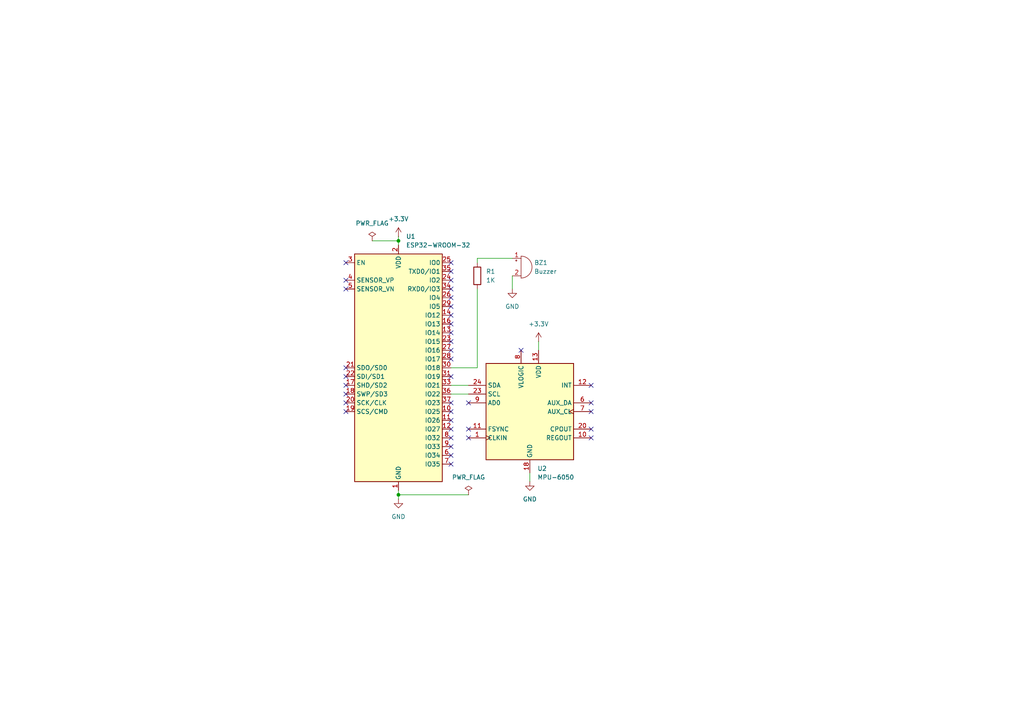
<source format=kicad_sch>
(kicad_sch
	(version 20231120)
	(generator "eeschema")
	(generator_version "8.0")
	(uuid "74573073-f1d8-47eb-abbc-a47a93b8539e")
	(paper "A4")
	(lib_symbols
		(symbol "Device:Buzzer"
			(pin_names
				(offset 0.0254) hide)
			(exclude_from_sim no)
			(in_bom yes)
			(on_board yes)
			(property "Reference" "BZ"
				(at 3.81 1.27 0)
				(effects
					(font
						(size 1.27 1.27)
					)
					(justify left)
				)
			)
			(property "Value" "Buzzer"
				(at 3.81 -1.27 0)
				(effects
					(font
						(size 1.27 1.27)
					)
					(justify left)
				)
			)
			(property "Footprint" ""
				(at -0.635 2.54 90)
				(effects
					(font
						(size 1.27 1.27)
					)
					(hide yes)
				)
			)
			(property "Datasheet" "~"
				(at -0.635 2.54 90)
				(effects
					(font
						(size 1.27 1.27)
					)
					(hide yes)
				)
			)
			(property "Description" "Buzzer, polarized"
				(at 0 0 0)
				(effects
					(font
						(size 1.27 1.27)
					)
					(hide yes)
				)
			)
			(property "ki_keywords" "quartz resonator ceramic"
				(at 0 0 0)
				(effects
					(font
						(size 1.27 1.27)
					)
					(hide yes)
				)
			)
			(property "ki_fp_filters" "*Buzzer*"
				(at 0 0 0)
				(effects
					(font
						(size 1.27 1.27)
					)
					(hide yes)
				)
			)
			(symbol "Buzzer_0_1"
				(arc
					(start 0 -3.175)
					(mid 3.1612 0)
					(end 0 3.175)
					(stroke
						(width 0)
						(type default)
					)
					(fill
						(type none)
					)
				)
				(polyline
					(pts
						(xy -1.651 1.905) (xy -1.143 1.905)
					)
					(stroke
						(width 0)
						(type default)
					)
					(fill
						(type none)
					)
				)
				(polyline
					(pts
						(xy -1.397 2.159) (xy -1.397 1.651)
					)
					(stroke
						(width 0)
						(type default)
					)
					(fill
						(type none)
					)
				)
				(polyline
					(pts
						(xy 0 3.175) (xy 0 -3.175)
					)
					(stroke
						(width 0)
						(type default)
					)
					(fill
						(type none)
					)
				)
			)
			(symbol "Buzzer_1_1"
				(pin passive line
					(at -2.54 2.54 0)
					(length 2.54)
					(name "+"
						(effects
							(font
								(size 1.27 1.27)
							)
						)
					)
					(number "1"
						(effects
							(font
								(size 1.27 1.27)
							)
						)
					)
				)
				(pin passive line
					(at -2.54 -2.54 0)
					(length 2.54)
					(name "-"
						(effects
							(font
								(size 1.27 1.27)
							)
						)
					)
					(number "2"
						(effects
							(font
								(size 1.27 1.27)
							)
						)
					)
				)
			)
		)
		(symbol "Device:R"
			(pin_numbers hide)
			(pin_names
				(offset 0)
			)
			(exclude_from_sim no)
			(in_bom yes)
			(on_board yes)
			(property "Reference" "R"
				(at 2.032 0 90)
				(effects
					(font
						(size 1.27 1.27)
					)
				)
			)
			(property "Value" "R"
				(at 0 0 90)
				(effects
					(font
						(size 1.27 1.27)
					)
				)
			)
			(property "Footprint" ""
				(at -1.778 0 90)
				(effects
					(font
						(size 1.27 1.27)
					)
					(hide yes)
				)
			)
			(property "Datasheet" "~"
				(at 0 0 0)
				(effects
					(font
						(size 1.27 1.27)
					)
					(hide yes)
				)
			)
			(property "Description" "Resistor"
				(at 0 0 0)
				(effects
					(font
						(size 1.27 1.27)
					)
					(hide yes)
				)
			)
			(property "ki_keywords" "R res resistor"
				(at 0 0 0)
				(effects
					(font
						(size 1.27 1.27)
					)
					(hide yes)
				)
			)
			(property "ki_fp_filters" "R_*"
				(at 0 0 0)
				(effects
					(font
						(size 1.27 1.27)
					)
					(hide yes)
				)
			)
			(symbol "R_0_1"
				(rectangle
					(start -1.016 -2.54)
					(end 1.016 2.54)
					(stroke
						(width 0.254)
						(type default)
					)
					(fill
						(type none)
					)
				)
			)
			(symbol "R_1_1"
				(pin passive line
					(at 0 3.81 270)
					(length 1.27)
					(name "~"
						(effects
							(font
								(size 1.27 1.27)
							)
						)
					)
					(number "1"
						(effects
							(font
								(size 1.27 1.27)
							)
						)
					)
				)
				(pin passive line
					(at 0 -3.81 90)
					(length 1.27)
					(name "~"
						(effects
							(font
								(size 1.27 1.27)
							)
						)
					)
					(number "2"
						(effects
							(font
								(size 1.27 1.27)
							)
						)
					)
				)
			)
		)
		(symbol "RF_Module:ESP32-WROOM-32"
			(exclude_from_sim no)
			(in_bom yes)
			(on_board yes)
			(property "Reference" "U"
				(at -12.7 34.29 0)
				(effects
					(font
						(size 1.27 1.27)
					)
					(justify left)
				)
			)
			(property "Value" "ESP32-WROOM-32"
				(at 1.27 34.29 0)
				(effects
					(font
						(size 1.27 1.27)
					)
					(justify left)
				)
			)
			(property "Footprint" "RF_Module:ESP32-WROOM-32"
				(at 0 -38.1 0)
				(effects
					(font
						(size 1.27 1.27)
					)
					(hide yes)
				)
			)
			(property "Datasheet" "https://www.espressif.com/sites/default/files/documentation/esp32-wroom-32_datasheet_en.pdf"
				(at -7.62 1.27 0)
				(effects
					(font
						(size 1.27 1.27)
					)
					(hide yes)
				)
			)
			(property "Description" "RF Module, ESP32-D0WDQ6 SoC, Wi-Fi 802.11b/g/n, Bluetooth, BLE, 32-bit, 2.7-3.6V, onboard antenna, SMD"
				(at 0 0 0)
				(effects
					(font
						(size 1.27 1.27)
					)
					(hide yes)
				)
			)
			(property "ki_keywords" "RF Radio BT ESP ESP32 Espressif onboard PCB antenna"
				(at 0 0 0)
				(effects
					(font
						(size 1.27 1.27)
					)
					(hide yes)
				)
			)
			(property "ki_fp_filters" "ESP32?WROOM?32*"
				(at 0 0 0)
				(effects
					(font
						(size 1.27 1.27)
					)
					(hide yes)
				)
			)
			(symbol "ESP32-WROOM-32_0_1"
				(rectangle
					(start -12.7 33.02)
					(end 12.7 -33.02)
					(stroke
						(width 0.254)
						(type default)
					)
					(fill
						(type background)
					)
				)
			)
			(symbol "ESP32-WROOM-32_1_1"
				(pin power_in line
					(at 0 -35.56 90)
					(length 2.54)
					(name "GND"
						(effects
							(font
								(size 1.27 1.27)
							)
						)
					)
					(number "1"
						(effects
							(font
								(size 1.27 1.27)
							)
						)
					)
				)
				(pin bidirectional line
					(at 15.24 -12.7 180)
					(length 2.54)
					(name "IO25"
						(effects
							(font
								(size 1.27 1.27)
							)
						)
					)
					(number "10"
						(effects
							(font
								(size 1.27 1.27)
							)
						)
					)
				)
				(pin bidirectional line
					(at 15.24 -15.24 180)
					(length 2.54)
					(name "IO26"
						(effects
							(font
								(size 1.27 1.27)
							)
						)
					)
					(number "11"
						(effects
							(font
								(size 1.27 1.27)
							)
						)
					)
				)
				(pin bidirectional line
					(at 15.24 -17.78 180)
					(length 2.54)
					(name "IO27"
						(effects
							(font
								(size 1.27 1.27)
							)
						)
					)
					(number "12"
						(effects
							(font
								(size 1.27 1.27)
							)
						)
					)
				)
				(pin bidirectional line
					(at 15.24 10.16 180)
					(length 2.54)
					(name "IO14"
						(effects
							(font
								(size 1.27 1.27)
							)
						)
					)
					(number "13"
						(effects
							(font
								(size 1.27 1.27)
							)
						)
					)
				)
				(pin bidirectional line
					(at 15.24 15.24 180)
					(length 2.54)
					(name "IO12"
						(effects
							(font
								(size 1.27 1.27)
							)
						)
					)
					(number "14"
						(effects
							(font
								(size 1.27 1.27)
							)
						)
					)
				)
				(pin passive line
					(at 0 -35.56 90)
					(length 2.54) hide
					(name "GND"
						(effects
							(font
								(size 1.27 1.27)
							)
						)
					)
					(number "15"
						(effects
							(font
								(size 1.27 1.27)
							)
						)
					)
				)
				(pin bidirectional line
					(at 15.24 12.7 180)
					(length 2.54)
					(name "IO13"
						(effects
							(font
								(size 1.27 1.27)
							)
						)
					)
					(number "16"
						(effects
							(font
								(size 1.27 1.27)
							)
						)
					)
				)
				(pin bidirectional line
					(at -15.24 -5.08 0)
					(length 2.54)
					(name "SHD/SD2"
						(effects
							(font
								(size 1.27 1.27)
							)
						)
					)
					(number "17"
						(effects
							(font
								(size 1.27 1.27)
							)
						)
					)
				)
				(pin bidirectional line
					(at -15.24 -7.62 0)
					(length 2.54)
					(name "SWP/SD3"
						(effects
							(font
								(size 1.27 1.27)
							)
						)
					)
					(number "18"
						(effects
							(font
								(size 1.27 1.27)
							)
						)
					)
				)
				(pin bidirectional line
					(at -15.24 -12.7 0)
					(length 2.54)
					(name "SCS/CMD"
						(effects
							(font
								(size 1.27 1.27)
							)
						)
					)
					(number "19"
						(effects
							(font
								(size 1.27 1.27)
							)
						)
					)
				)
				(pin power_in line
					(at 0 35.56 270)
					(length 2.54)
					(name "VDD"
						(effects
							(font
								(size 1.27 1.27)
							)
						)
					)
					(number "2"
						(effects
							(font
								(size 1.27 1.27)
							)
						)
					)
				)
				(pin bidirectional line
					(at -15.24 -10.16 0)
					(length 2.54)
					(name "SCK/CLK"
						(effects
							(font
								(size 1.27 1.27)
							)
						)
					)
					(number "20"
						(effects
							(font
								(size 1.27 1.27)
							)
						)
					)
				)
				(pin bidirectional line
					(at -15.24 0 0)
					(length 2.54)
					(name "SDO/SD0"
						(effects
							(font
								(size 1.27 1.27)
							)
						)
					)
					(number "21"
						(effects
							(font
								(size 1.27 1.27)
							)
						)
					)
				)
				(pin bidirectional line
					(at -15.24 -2.54 0)
					(length 2.54)
					(name "SDI/SD1"
						(effects
							(font
								(size 1.27 1.27)
							)
						)
					)
					(number "22"
						(effects
							(font
								(size 1.27 1.27)
							)
						)
					)
				)
				(pin bidirectional line
					(at 15.24 7.62 180)
					(length 2.54)
					(name "IO15"
						(effects
							(font
								(size 1.27 1.27)
							)
						)
					)
					(number "23"
						(effects
							(font
								(size 1.27 1.27)
							)
						)
					)
				)
				(pin bidirectional line
					(at 15.24 25.4 180)
					(length 2.54)
					(name "IO2"
						(effects
							(font
								(size 1.27 1.27)
							)
						)
					)
					(number "24"
						(effects
							(font
								(size 1.27 1.27)
							)
						)
					)
				)
				(pin bidirectional line
					(at 15.24 30.48 180)
					(length 2.54)
					(name "IO0"
						(effects
							(font
								(size 1.27 1.27)
							)
						)
					)
					(number "25"
						(effects
							(font
								(size 1.27 1.27)
							)
						)
					)
				)
				(pin bidirectional line
					(at 15.24 20.32 180)
					(length 2.54)
					(name "IO4"
						(effects
							(font
								(size 1.27 1.27)
							)
						)
					)
					(number "26"
						(effects
							(font
								(size 1.27 1.27)
							)
						)
					)
				)
				(pin bidirectional line
					(at 15.24 5.08 180)
					(length 2.54)
					(name "IO16"
						(effects
							(font
								(size 1.27 1.27)
							)
						)
					)
					(number "27"
						(effects
							(font
								(size 1.27 1.27)
							)
						)
					)
				)
				(pin bidirectional line
					(at 15.24 2.54 180)
					(length 2.54)
					(name "IO17"
						(effects
							(font
								(size 1.27 1.27)
							)
						)
					)
					(number "28"
						(effects
							(font
								(size 1.27 1.27)
							)
						)
					)
				)
				(pin bidirectional line
					(at 15.24 17.78 180)
					(length 2.54)
					(name "IO5"
						(effects
							(font
								(size 1.27 1.27)
							)
						)
					)
					(number "29"
						(effects
							(font
								(size 1.27 1.27)
							)
						)
					)
				)
				(pin input line
					(at -15.24 30.48 0)
					(length 2.54)
					(name "EN"
						(effects
							(font
								(size 1.27 1.27)
							)
						)
					)
					(number "3"
						(effects
							(font
								(size 1.27 1.27)
							)
						)
					)
				)
				(pin bidirectional line
					(at 15.24 0 180)
					(length 2.54)
					(name "IO18"
						(effects
							(font
								(size 1.27 1.27)
							)
						)
					)
					(number "30"
						(effects
							(font
								(size 1.27 1.27)
							)
						)
					)
				)
				(pin bidirectional line
					(at 15.24 -2.54 180)
					(length 2.54)
					(name "IO19"
						(effects
							(font
								(size 1.27 1.27)
							)
						)
					)
					(number "31"
						(effects
							(font
								(size 1.27 1.27)
							)
						)
					)
				)
				(pin no_connect line
					(at -12.7 -27.94 0)
					(length 2.54) hide
					(name "NC"
						(effects
							(font
								(size 1.27 1.27)
							)
						)
					)
					(number "32"
						(effects
							(font
								(size 1.27 1.27)
							)
						)
					)
				)
				(pin bidirectional line
					(at 15.24 -5.08 180)
					(length 2.54)
					(name "IO21"
						(effects
							(font
								(size 1.27 1.27)
							)
						)
					)
					(number "33"
						(effects
							(font
								(size 1.27 1.27)
							)
						)
					)
				)
				(pin bidirectional line
					(at 15.24 22.86 180)
					(length 2.54)
					(name "RXD0/IO3"
						(effects
							(font
								(size 1.27 1.27)
							)
						)
					)
					(number "34"
						(effects
							(font
								(size 1.27 1.27)
							)
						)
					)
				)
				(pin bidirectional line
					(at 15.24 27.94 180)
					(length 2.54)
					(name "TXD0/IO1"
						(effects
							(font
								(size 1.27 1.27)
							)
						)
					)
					(number "35"
						(effects
							(font
								(size 1.27 1.27)
							)
						)
					)
				)
				(pin bidirectional line
					(at 15.24 -7.62 180)
					(length 2.54)
					(name "IO22"
						(effects
							(font
								(size 1.27 1.27)
							)
						)
					)
					(number "36"
						(effects
							(font
								(size 1.27 1.27)
							)
						)
					)
				)
				(pin bidirectional line
					(at 15.24 -10.16 180)
					(length 2.54)
					(name "IO23"
						(effects
							(font
								(size 1.27 1.27)
							)
						)
					)
					(number "37"
						(effects
							(font
								(size 1.27 1.27)
							)
						)
					)
				)
				(pin passive line
					(at 0 -35.56 90)
					(length 2.54) hide
					(name "GND"
						(effects
							(font
								(size 1.27 1.27)
							)
						)
					)
					(number "38"
						(effects
							(font
								(size 1.27 1.27)
							)
						)
					)
				)
				(pin passive line
					(at 0 -35.56 90)
					(length 2.54) hide
					(name "GND"
						(effects
							(font
								(size 1.27 1.27)
							)
						)
					)
					(number "39"
						(effects
							(font
								(size 1.27 1.27)
							)
						)
					)
				)
				(pin input line
					(at -15.24 25.4 0)
					(length 2.54)
					(name "SENSOR_VP"
						(effects
							(font
								(size 1.27 1.27)
							)
						)
					)
					(number "4"
						(effects
							(font
								(size 1.27 1.27)
							)
						)
					)
				)
				(pin input line
					(at -15.24 22.86 0)
					(length 2.54)
					(name "SENSOR_VN"
						(effects
							(font
								(size 1.27 1.27)
							)
						)
					)
					(number "5"
						(effects
							(font
								(size 1.27 1.27)
							)
						)
					)
				)
				(pin input line
					(at 15.24 -25.4 180)
					(length 2.54)
					(name "IO34"
						(effects
							(font
								(size 1.27 1.27)
							)
						)
					)
					(number "6"
						(effects
							(font
								(size 1.27 1.27)
							)
						)
					)
				)
				(pin input line
					(at 15.24 -27.94 180)
					(length 2.54)
					(name "IO35"
						(effects
							(font
								(size 1.27 1.27)
							)
						)
					)
					(number "7"
						(effects
							(font
								(size 1.27 1.27)
							)
						)
					)
				)
				(pin bidirectional line
					(at 15.24 -20.32 180)
					(length 2.54)
					(name "IO32"
						(effects
							(font
								(size 1.27 1.27)
							)
						)
					)
					(number "8"
						(effects
							(font
								(size 1.27 1.27)
							)
						)
					)
				)
				(pin bidirectional line
					(at 15.24 -22.86 180)
					(length 2.54)
					(name "IO33"
						(effects
							(font
								(size 1.27 1.27)
							)
						)
					)
					(number "9"
						(effects
							(font
								(size 1.27 1.27)
							)
						)
					)
				)
			)
		)
		(symbol "Sensor_Motion:MPU-6050"
			(exclude_from_sim no)
			(in_bom yes)
			(on_board yes)
			(property "Reference" "U"
				(at -11.43 13.97 0)
				(effects
					(font
						(size 1.27 1.27)
					)
				)
			)
			(property "Value" "MPU-6050"
				(at 7.62 -15.24 0)
				(effects
					(font
						(size 1.27 1.27)
					)
				)
			)
			(property "Footprint" "Sensor_Motion:InvenSense_QFN-24_4x4mm_P0.5mm"
				(at 0 -20.32 0)
				(effects
					(font
						(size 1.27 1.27)
					)
					(hide yes)
				)
			)
			(property "Datasheet" "https://invensense.tdk.com/wp-content/uploads/2015/02/MPU-6000-Datasheet1.pdf"
				(at 0 -3.81 0)
				(effects
					(font
						(size 1.27 1.27)
					)
					(hide yes)
				)
			)
			(property "Description" "InvenSense 6-Axis Motion Sensor, Gyroscope, Accelerometer, I2C"
				(at 0 0 0)
				(effects
					(font
						(size 1.27 1.27)
					)
					(hide yes)
				)
			)
			(property "ki_keywords" "mems"
				(at 0 0 0)
				(effects
					(font
						(size 1.27 1.27)
					)
					(hide yes)
				)
			)
			(property "ki_fp_filters" "*QFN*4x4mm*P0.5mm*"
				(at 0 0 0)
				(effects
					(font
						(size 1.27 1.27)
					)
					(hide yes)
				)
			)
			(symbol "MPU-6050_0_0"
				(text ""
					(at 12.7 -2.54 0)
					(effects
						(font
							(size 1.27 1.27)
						)
					)
				)
			)
			(symbol "MPU-6050_0_1"
				(rectangle
					(start -12.7 13.97)
					(end 12.7 -13.97)
					(stroke
						(width 0.254)
						(type default)
					)
					(fill
						(type background)
					)
				)
			)
			(symbol "MPU-6050_1_1"
				(pin input clock
					(at -17.78 -7.62 0)
					(length 5.08)
					(name "CLKIN"
						(effects
							(font
								(size 1.27 1.27)
							)
						)
					)
					(number "1"
						(effects
							(font
								(size 1.27 1.27)
							)
						)
					)
				)
				(pin passive line
					(at 17.78 -7.62 180)
					(length 5.08)
					(name "REGOUT"
						(effects
							(font
								(size 1.27 1.27)
							)
						)
					)
					(number "10"
						(effects
							(font
								(size 1.27 1.27)
							)
						)
					)
				)
				(pin input line
					(at -17.78 -5.08 0)
					(length 5.08)
					(name "FSYNC"
						(effects
							(font
								(size 1.27 1.27)
							)
						)
					)
					(number "11"
						(effects
							(font
								(size 1.27 1.27)
							)
						)
					)
				)
				(pin output line
					(at 17.78 7.62 180)
					(length 5.08)
					(name "INT"
						(effects
							(font
								(size 1.27 1.27)
							)
						)
					)
					(number "12"
						(effects
							(font
								(size 1.27 1.27)
							)
						)
					)
				)
				(pin power_in line
					(at 2.54 17.78 270)
					(length 3.81)
					(name "VDD"
						(effects
							(font
								(size 1.27 1.27)
							)
						)
					)
					(number "13"
						(effects
							(font
								(size 1.27 1.27)
							)
						)
					)
				)
				(pin no_connect line
					(at -12.7 -10.16 0)
					(length 2.54) hide
					(name "NC"
						(effects
							(font
								(size 1.27 1.27)
							)
						)
					)
					(number "14"
						(effects
							(font
								(size 1.27 1.27)
							)
						)
					)
				)
				(pin no_connect line
					(at 12.7 12.7 180)
					(length 2.54) hide
					(name "NC"
						(effects
							(font
								(size 1.27 1.27)
							)
						)
					)
					(number "15"
						(effects
							(font
								(size 1.27 1.27)
							)
						)
					)
				)
				(pin no_connect line
					(at 12.7 10.16 180)
					(length 2.54) hide
					(name "NC"
						(effects
							(font
								(size 1.27 1.27)
							)
						)
					)
					(number "16"
						(effects
							(font
								(size 1.27 1.27)
							)
						)
					)
				)
				(pin no_connect line
					(at 12.7 5.08 180)
					(length 2.54) hide
					(name "NC"
						(effects
							(font
								(size 1.27 1.27)
							)
						)
					)
					(number "17"
						(effects
							(font
								(size 1.27 1.27)
							)
						)
					)
				)
				(pin power_in line
					(at 0 -17.78 90)
					(length 3.81)
					(name "GND"
						(effects
							(font
								(size 1.27 1.27)
							)
						)
					)
					(number "18"
						(effects
							(font
								(size 1.27 1.27)
							)
						)
					)
				)
				(pin no_connect line
					(at 12.7 -10.16 180)
					(length 2.54) hide
					(name "RESV"
						(effects
							(font
								(size 1.27 1.27)
							)
						)
					)
					(number "19"
						(effects
							(font
								(size 1.27 1.27)
							)
						)
					)
				)
				(pin no_connect line
					(at -12.7 12.7 0)
					(length 2.54) hide
					(name "NC"
						(effects
							(font
								(size 1.27 1.27)
							)
						)
					)
					(number "2"
						(effects
							(font
								(size 1.27 1.27)
							)
						)
					)
				)
				(pin passive line
					(at 17.78 -5.08 180)
					(length 5.08)
					(name "CPOUT"
						(effects
							(font
								(size 1.27 1.27)
							)
						)
					)
					(number "20"
						(effects
							(font
								(size 1.27 1.27)
							)
						)
					)
				)
				(pin no_connect line
					(at 12.7 -2.54 180)
					(length 2.54) hide
					(name "RESV"
						(effects
							(font
								(size 1.27 1.27)
							)
						)
					)
					(number "21"
						(effects
							(font
								(size 1.27 1.27)
							)
						)
					)
				)
				(pin no_connect line
					(at 12.7 -12.7 180)
					(length 2.54) hide
					(name "RESV"
						(effects
							(font
								(size 1.27 1.27)
							)
						)
					)
					(number "22"
						(effects
							(font
								(size 1.27 1.27)
							)
						)
					)
				)
				(pin input line
					(at -17.78 5.08 0)
					(length 5.08)
					(name "SCL"
						(effects
							(font
								(size 1.27 1.27)
							)
						)
					)
					(number "23"
						(effects
							(font
								(size 1.27 1.27)
							)
						)
					)
				)
				(pin bidirectional line
					(at -17.78 7.62 0)
					(length 5.08)
					(name "SDA"
						(effects
							(font
								(size 1.27 1.27)
							)
						)
					)
					(number "24"
						(effects
							(font
								(size 1.27 1.27)
							)
						)
					)
				)
				(pin no_connect line
					(at -12.7 10.16 0)
					(length 2.54) hide
					(name "NC"
						(effects
							(font
								(size 1.27 1.27)
							)
						)
					)
					(number "3"
						(effects
							(font
								(size 1.27 1.27)
							)
						)
					)
				)
				(pin no_connect line
					(at -12.7 0 0)
					(length 2.54) hide
					(name "NC"
						(effects
							(font
								(size 1.27 1.27)
							)
						)
					)
					(number "4"
						(effects
							(font
								(size 1.27 1.27)
							)
						)
					)
				)
				(pin no_connect line
					(at -12.7 -2.54 0)
					(length 2.54) hide
					(name "NC"
						(effects
							(font
								(size 1.27 1.27)
							)
						)
					)
					(number "5"
						(effects
							(font
								(size 1.27 1.27)
							)
						)
					)
				)
				(pin bidirectional line
					(at 17.78 2.54 180)
					(length 5.08)
					(name "AUX_DA"
						(effects
							(font
								(size 1.27 1.27)
							)
						)
					)
					(number "6"
						(effects
							(font
								(size 1.27 1.27)
							)
						)
					)
				)
				(pin output clock
					(at 17.78 0 180)
					(length 5.08)
					(name "AUX_CL"
						(effects
							(font
								(size 1.27 1.27)
							)
						)
					)
					(number "7"
						(effects
							(font
								(size 1.27 1.27)
							)
						)
					)
				)
				(pin power_in line
					(at -2.54 17.78 270)
					(length 3.81)
					(name "VLOGIC"
						(effects
							(font
								(size 1.27 1.27)
							)
						)
					)
					(number "8"
						(effects
							(font
								(size 1.27 1.27)
							)
						)
					)
				)
				(pin input line
					(at -17.78 2.54 0)
					(length 5.08)
					(name "AD0"
						(effects
							(font
								(size 1.27 1.27)
							)
						)
					)
					(number "9"
						(effects
							(font
								(size 1.27 1.27)
							)
						)
					)
				)
			)
		)
		(symbol "power:+3.3V"
			(power)
			(pin_numbers hide)
			(pin_names
				(offset 0) hide)
			(exclude_from_sim no)
			(in_bom yes)
			(on_board yes)
			(property "Reference" "#PWR"
				(at 0 -3.81 0)
				(effects
					(font
						(size 1.27 1.27)
					)
					(hide yes)
				)
			)
			(property "Value" "+3.3V"
				(at 0 3.556 0)
				(effects
					(font
						(size 1.27 1.27)
					)
				)
			)
			(property "Footprint" ""
				(at 0 0 0)
				(effects
					(font
						(size 1.27 1.27)
					)
					(hide yes)
				)
			)
			(property "Datasheet" ""
				(at 0 0 0)
				(effects
					(font
						(size 1.27 1.27)
					)
					(hide yes)
				)
			)
			(property "Description" "Power symbol creates a global label with name \"+3.3V\""
				(at 0 0 0)
				(effects
					(font
						(size 1.27 1.27)
					)
					(hide yes)
				)
			)
			(property "ki_keywords" "global power"
				(at 0 0 0)
				(effects
					(font
						(size 1.27 1.27)
					)
					(hide yes)
				)
			)
			(symbol "+3.3V_0_1"
				(polyline
					(pts
						(xy -0.762 1.27) (xy 0 2.54)
					)
					(stroke
						(width 0)
						(type default)
					)
					(fill
						(type none)
					)
				)
				(polyline
					(pts
						(xy 0 0) (xy 0 2.54)
					)
					(stroke
						(width 0)
						(type default)
					)
					(fill
						(type none)
					)
				)
				(polyline
					(pts
						(xy 0 2.54) (xy 0.762 1.27)
					)
					(stroke
						(width 0)
						(type default)
					)
					(fill
						(type none)
					)
				)
			)
			(symbol "+3.3V_1_1"
				(pin power_in line
					(at 0 0 90)
					(length 0)
					(name "~"
						(effects
							(font
								(size 1.27 1.27)
							)
						)
					)
					(number "1"
						(effects
							(font
								(size 1.27 1.27)
							)
						)
					)
				)
			)
		)
		(symbol "power:GND"
			(power)
			(pin_numbers hide)
			(pin_names
				(offset 0) hide)
			(exclude_from_sim no)
			(in_bom yes)
			(on_board yes)
			(property "Reference" "#PWR"
				(at 0 -6.35 0)
				(effects
					(font
						(size 1.27 1.27)
					)
					(hide yes)
				)
			)
			(property "Value" "GND"
				(at 0 -3.81 0)
				(effects
					(font
						(size 1.27 1.27)
					)
				)
			)
			(property "Footprint" ""
				(at 0 0 0)
				(effects
					(font
						(size 1.27 1.27)
					)
					(hide yes)
				)
			)
			(property "Datasheet" ""
				(at 0 0 0)
				(effects
					(font
						(size 1.27 1.27)
					)
					(hide yes)
				)
			)
			(property "Description" "Power symbol creates a global label with name \"GND\" , ground"
				(at 0 0 0)
				(effects
					(font
						(size 1.27 1.27)
					)
					(hide yes)
				)
			)
			(property "ki_keywords" "global power"
				(at 0 0 0)
				(effects
					(font
						(size 1.27 1.27)
					)
					(hide yes)
				)
			)
			(symbol "GND_0_1"
				(polyline
					(pts
						(xy 0 0) (xy 0 -1.27) (xy 1.27 -1.27) (xy 0 -2.54) (xy -1.27 -1.27) (xy 0 -1.27)
					)
					(stroke
						(width 0)
						(type default)
					)
					(fill
						(type none)
					)
				)
			)
			(symbol "GND_1_1"
				(pin power_in line
					(at 0 0 270)
					(length 0)
					(name "~"
						(effects
							(font
								(size 1.27 1.27)
							)
						)
					)
					(number "1"
						(effects
							(font
								(size 1.27 1.27)
							)
						)
					)
				)
			)
		)
		(symbol "power:PWR_FLAG"
			(power)
			(pin_numbers hide)
			(pin_names
				(offset 0) hide)
			(exclude_from_sim no)
			(in_bom yes)
			(on_board yes)
			(property "Reference" "#FLG"
				(at 0 1.905 0)
				(effects
					(font
						(size 1.27 1.27)
					)
					(hide yes)
				)
			)
			(property "Value" "PWR_FLAG"
				(at 0 3.81 0)
				(effects
					(font
						(size 1.27 1.27)
					)
				)
			)
			(property "Footprint" ""
				(at 0 0 0)
				(effects
					(font
						(size 1.27 1.27)
					)
					(hide yes)
				)
			)
			(property "Datasheet" "~"
				(at 0 0 0)
				(effects
					(font
						(size 1.27 1.27)
					)
					(hide yes)
				)
			)
			(property "Description" "Special symbol for telling ERC where power comes from"
				(at 0 0 0)
				(effects
					(font
						(size 1.27 1.27)
					)
					(hide yes)
				)
			)
			(property "ki_keywords" "flag power"
				(at 0 0 0)
				(effects
					(font
						(size 1.27 1.27)
					)
					(hide yes)
				)
			)
			(symbol "PWR_FLAG_0_0"
				(pin power_out line
					(at 0 0 90)
					(length 0)
					(name "~"
						(effects
							(font
								(size 1.27 1.27)
							)
						)
					)
					(number "1"
						(effects
							(font
								(size 1.27 1.27)
							)
						)
					)
				)
			)
			(symbol "PWR_FLAG_0_1"
				(polyline
					(pts
						(xy 0 0) (xy 0 1.27) (xy -1.016 1.905) (xy 0 2.54) (xy 1.016 1.905) (xy 0 1.27)
					)
					(stroke
						(width 0)
						(type default)
					)
					(fill
						(type none)
					)
				)
			)
		)
	)
	(junction
		(at 115.57 143.51)
		(diameter 0)
		(color 0 0 0 0)
		(uuid "6b123532-0d57-4e34-8f70-b6ec34c9ed3c")
	)
	(junction
		(at 115.57 69.85)
		(diameter 0)
		(color 0 0 0 0)
		(uuid "ad5e66ca-8c5f-4463-a5c8-00ad631a7456")
	)
	(no_connect
		(at 130.81 134.62)
		(uuid "0439243c-f38f-4a5a-8de0-dc3b754336a6")
	)
	(no_connect
		(at 130.81 88.9)
		(uuid "0ad511d5-2b55-4605-a4c2-a625c8ae5da7")
	)
	(no_connect
		(at 130.81 132.08)
		(uuid "0e9712ef-68cb-480b-9f26-126c3770d34f")
	)
	(no_connect
		(at 135.89 127)
		(uuid "0f4372b9-1700-4f70-9e4d-24bdc55818c2")
	)
	(no_connect
		(at 100.33 83.82)
		(uuid "1c4a23a7-4aab-4860-a86c-253059621c3d")
	)
	(no_connect
		(at 135.89 116.84)
		(uuid "25576179-d47b-49ef-be2f-bd82c85cf6a3")
	)
	(no_connect
		(at 130.81 127)
		(uuid "2dd33522-9496-43c1-b8c2-fe197ecec914")
	)
	(no_connect
		(at 100.33 81.28)
		(uuid "4bda7359-972c-4fc3-a087-97f1526145e9")
	)
	(no_connect
		(at 171.45 119.38)
		(uuid "4c5e2f23-c16c-4edf-aeea-05cf4a0b27c8")
	)
	(no_connect
		(at 130.81 96.52)
		(uuid "594ecc7a-cfed-4ae6-a684-2fa49616c56e")
	)
	(no_connect
		(at 130.81 121.92)
		(uuid "61547438-23df-435a-88a7-7a1f99a98611")
	)
	(no_connect
		(at 130.81 78.74)
		(uuid "618c4b02-9fc3-4b27-b9af-4b9770007aed")
	)
	(no_connect
		(at 171.45 111.76)
		(uuid "653a513b-7b29-4bde-b949-1ca7c0469a3e")
	)
	(no_connect
		(at 135.89 124.46)
		(uuid "6db9517d-d840-4d92-8580-6eabd85cfc5d")
	)
	(no_connect
		(at 171.45 127)
		(uuid "6f558576-2277-4725-b23a-a672b1dc7519")
	)
	(no_connect
		(at 100.33 111.76)
		(uuid "6f775b56-84eb-42aa-885f-ce6f60cab3c6")
	)
	(no_connect
		(at 130.81 116.84)
		(uuid "731c7e58-ca82-4549-9b31-e2e15c265752")
	)
	(no_connect
		(at 100.33 109.22)
		(uuid "8edea0e9-be57-4e27-a236-eef94514266e")
	)
	(no_connect
		(at 100.33 106.68)
		(uuid "9515eafe-c669-4f03-8e2f-77cd7e06cbd7")
	)
	(no_connect
		(at 100.33 114.3)
		(uuid "9b2401fb-18cf-4e4b-ac80-988ad1477b17")
	)
	(no_connect
		(at 100.33 76.2)
		(uuid "9c91e7cb-d124-4738-8f2f-a6b89e575a2f")
	)
	(no_connect
		(at 130.81 119.38)
		(uuid "a02b057e-0b6d-437a-9764-40f7e155f324")
	)
	(no_connect
		(at 100.33 119.38)
		(uuid "a42bbcf1-501b-4b34-9633-dce11b1162d4")
	)
	(no_connect
		(at 130.81 76.2)
		(uuid "ab302673-27f3-4d59-b5d4-0b1283e7cc8f")
	)
	(no_connect
		(at 130.81 81.28)
		(uuid "aecd7398-85d6-4382-8dfd-c907e1380d2d")
	)
	(no_connect
		(at 100.33 116.84)
		(uuid "afcd243c-d8f6-4e27-93e2-e94177b9c73b")
	)
	(no_connect
		(at 151.13 101.6)
		(uuid "b3978d80-4806-4045-9b71-bc9bd0ddd41c")
	)
	(no_connect
		(at 130.81 93.98)
		(uuid "ba315d3d-246e-4d91-b063-9bf1332ba37a")
	)
	(no_connect
		(at 130.81 104.14)
		(uuid "bf250927-c1cf-469c-aba5-1de48716e3a7")
	)
	(no_connect
		(at 171.45 124.46)
		(uuid "bff21b1c-8a40-423a-bf52-f4f2c8bc1297")
	)
	(no_connect
		(at 130.81 101.6)
		(uuid "c793b4b1-b56f-4759-bfbc-3d429247e027")
	)
	(no_connect
		(at 130.81 109.22)
		(uuid "d7001ccf-70d0-427f-baec-108bd999fecc")
	)
	(no_connect
		(at 130.81 86.36)
		(uuid "df892600-4d1b-4dc9-8d90-1ddb932d9833")
	)
	(no_connect
		(at 171.45 116.84)
		(uuid "e0ddbfd9-a4d8-4210-9482-284d929b6367")
	)
	(no_connect
		(at 130.81 91.44)
		(uuid "ece4f690-b3d6-4a59-ba23-13c72dd595ea")
	)
	(no_connect
		(at 130.81 83.82)
		(uuid "ed853c76-8ca6-48fe-b181-33d76d05ae68")
	)
	(no_connect
		(at 130.81 129.54)
		(uuid "f0f0e6be-01a7-47f3-b3c5-ba02b7f6b28e")
	)
	(no_connect
		(at 130.81 124.46)
		(uuid "f5917991-4824-4b86-b989-f99f168c2665")
	)
	(no_connect
		(at 130.81 99.06)
		(uuid "fb8718db-8b27-4458-a36e-11e5ff605ffc")
	)
	(wire
		(pts
			(xy 153.67 137.16) (xy 153.67 139.7)
		)
		(stroke
			(width 0)
			(type default)
		)
		(uuid "43724ec6-d3f7-4666-8f00-d0f93d283cc0")
	)
	(wire
		(pts
			(xy 115.57 68.58) (xy 115.57 69.85)
		)
		(stroke
			(width 0)
			(type default)
		)
		(uuid "46ad0187-9158-4edb-bfa9-3eee5565ead6")
	)
	(wire
		(pts
			(xy 115.57 142.24) (xy 115.57 143.51)
		)
		(stroke
			(width 0)
			(type default)
		)
		(uuid "4e32397d-5dea-49ee-a0cc-90b07afa5bbd")
	)
	(wire
		(pts
			(xy 115.57 143.51) (xy 135.89 143.51)
		)
		(stroke
			(width 0)
			(type default)
		)
		(uuid "53e7f8d7-9373-49cb-aa65-490d15abb3df")
	)
	(wire
		(pts
			(xy 115.57 69.85) (xy 115.57 71.12)
		)
		(stroke
			(width 0)
			(type default)
		)
		(uuid "772a01d9-9e7f-49a4-8b14-c9ad7e6f1428")
	)
	(wire
		(pts
			(xy 130.81 111.76) (xy 135.89 111.76)
		)
		(stroke
			(width 0)
			(type default)
		)
		(uuid "7f28de70-bcc7-4ff9-9531-d73dd2ae3343")
	)
	(wire
		(pts
			(xy 130.81 106.68) (xy 138.43 106.68)
		)
		(stroke
			(width 0)
			(type default)
		)
		(uuid "850e8dae-b819-4d6e-88be-eab2ca47d77f")
	)
	(wire
		(pts
			(xy 156.21 99.06) (xy 156.21 101.6)
		)
		(stroke
			(width 0)
			(type default)
		)
		(uuid "8aab0bef-14e9-4bea-ab6a-7adb0897843c")
	)
	(wire
		(pts
			(xy 138.43 83.82) (xy 138.43 106.68)
		)
		(stroke
			(width 0)
			(type default)
		)
		(uuid "8d9f4754-f27e-41fb-92cd-0d3ef63a4d29")
	)
	(wire
		(pts
			(xy 148.59 80.01) (xy 148.59 83.82)
		)
		(stroke
			(width 0)
			(type default)
		)
		(uuid "8e2f26ba-c855-4562-a1cf-fe74a7620fa8")
	)
	(wire
		(pts
			(xy 138.43 76.2) (xy 138.43 74.93)
		)
		(stroke
			(width 0)
			(type default)
		)
		(uuid "9f8ac040-7f8f-4593-a36e-e3a8973e371a")
	)
	(wire
		(pts
			(xy 115.57 143.51) (xy 115.57 144.78)
		)
		(stroke
			(width 0)
			(type default)
		)
		(uuid "d12da7d5-ac48-4253-a6b7-ba800ac5ea1a")
	)
	(wire
		(pts
			(xy 107.95 69.85) (xy 115.57 69.85)
		)
		(stroke
			(width 0)
			(type default)
		)
		(uuid "db3eb4b8-bfb7-4626-8105-458aa1ce2678")
	)
	(wire
		(pts
			(xy 130.81 114.3) (xy 135.89 114.3)
		)
		(stroke
			(width 0)
			(type default)
		)
		(uuid "e73f9e55-186c-4152-ac38-c38954e81cc2")
	)
	(wire
		(pts
			(xy 138.43 74.93) (xy 148.59 74.93)
		)
		(stroke
			(width 0)
			(type default)
		)
		(uuid "ebfdfb6f-684b-4395-be7e-4ceb9ce7bcb9")
	)
	(symbol
		(lib_id "power:+3.3V")
		(at 156.21 99.06 0)
		(unit 1)
		(exclude_from_sim no)
		(in_bom yes)
		(on_board yes)
		(dnp no)
		(fields_autoplaced yes)
		(uuid "1aeb638c-e030-4774-8cc8-2f8f8405f55d")
		(property "Reference" "#PWR02"
			(at 156.21 102.87 0)
			(effects
				(font
					(size 1.27 1.27)
				)
				(hide yes)
			)
		)
		(property "Value" "+3.3V"
			(at 156.21 93.98 0)
			(effects
				(font
					(size 1.27 1.27)
				)
			)
		)
		(property "Footprint" ""
			(at 156.21 99.06 0)
			(effects
				(font
					(size 1.27 1.27)
				)
				(hide yes)
			)
		)
		(property "Datasheet" ""
			(at 156.21 99.06 0)
			(effects
				(font
					(size 1.27 1.27)
				)
				(hide yes)
			)
		)
		(property "Description" "Power symbol creates a global label with name \"+3.3V\""
			(at 156.21 99.06 0)
			(effects
				(font
					(size 1.27 1.27)
				)
				(hide yes)
			)
		)
		(pin "1"
			(uuid "05989406-6a3c-43fc-9171-9fbe610543ed")
		)
		(instances
			(project ""
				(path "/74573073-f1d8-47eb-abbc-a47a93b8539e"
					(reference "#PWR02")
					(unit 1)
				)
			)
		)
	)
	(symbol
		(lib_id "Sensor_Motion:MPU-6050")
		(at 153.67 119.38 0)
		(unit 1)
		(exclude_from_sim no)
		(in_bom yes)
		(on_board yes)
		(dnp no)
		(fields_autoplaced yes)
		(uuid "1d5bda70-97be-4049-bd41-b5fbca7cc5a9")
		(property "Reference" "U2"
			(at 155.8641 135.89 0)
			(effects
				(font
					(size 1.27 1.27)
				)
				(justify left)
			)
		)
		(property "Value" "MPU-6050"
			(at 155.8641 138.43 0)
			(effects
				(font
					(size 1.27 1.27)
				)
				(justify left)
			)
		)
		(property "Footprint" "Sensor_Motion:InvenSense_QFN-24_4x4mm_P0.5mm"
			(at 153.67 139.7 0)
			(effects
				(font
					(size 1.27 1.27)
				)
				(hide yes)
			)
		)
		(property "Datasheet" "https://invensense.tdk.com/wp-content/uploads/2015/02/MPU-6000-Datasheet1.pdf"
			(at 153.67 123.19 0)
			(effects
				(font
					(size 1.27 1.27)
				)
				(hide yes)
			)
		)
		(property "Description" "InvenSense 6-Axis Motion Sensor, Gyroscope, Accelerometer, I2C"
			(at 153.67 119.38 0)
			(effects
				(font
					(size 1.27 1.27)
				)
				(hide yes)
			)
		)
		(pin "14"
			(uuid "e800f965-5d17-4caa-a5b0-f67e7bfcc439")
		)
		(pin "20"
			(uuid "da0bdc4d-6f43-4040-a62a-c7f043387996")
		)
		(pin "5"
			(uuid "7d9e117f-f516-4ba2-b5b2-7052d012ae8e")
		)
		(pin "13"
			(uuid "36e160a0-c515-469c-8e0e-8192b96aaf0a")
		)
		(pin "16"
			(uuid "39b6433c-e172-4d6f-992a-07c9fd790aa8")
		)
		(pin "2"
			(uuid "4cf68ea3-d2ef-468d-b102-2b0cb8eadc9b")
		)
		(pin "21"
			(uuid "18b69d35-54f6-44b6-b4c4-e889870f3a6b")
		)
		(pin "19"
			(uuid "9748a48a-18ff-4445-a376-ace9cb84deff")
		)
		(pin "4"
			(uuid "6cc57310-fe79-48f4-b290-c08e859b56b0")
		)
		(pin "3"
			(uuid "c2f5aa20-2cfe-4c0a-97f9-6f9b70613f2d")
		)
		(pin "18"
			(uuid "3d7586e0-7864-43cd-b170-6d2cffa0e76d")
		)
		(pin "23"
			(uuid "18d4b5e9-5a7d-44ba-9762-6bd079990977")
		)
		(pin "24"
			(uuid "a48902c1-639f-4272-b5d8-c05948e4979d")
		)
		(pin "7"
			(uuid "92152444-58b5-4dc0-9db2-1e92cf84f8c3")
		)
		(pin "10"
			(uuid "638544cb-ed16-498b-9143-0cee747f89f5")
		)
		(pin "12"
			(uuid "8f3dfe20-454c-4842-8203-b8721f45ba0a")
		)
		(pin "6"
			(uuid "3dad7e44-5ea4-4ac6-8370-33af74a42c16")
		)
		(pin "1"
			(uuid "47c6013f-1d8b-4f13-baf0-89d8867a1bbb")
		)
		(pin "15"
			(uuid "ef7ffb4a-47e6-457d-a079-d922ca1874c0")
		)
		(pin "8"
			(uuid "c9b4d46c-46e6-4f09-a6ed-640e57b9f153")
		)
		(pin "11"
			(uuid "85315e26-b546-448d-bddb-08ccc5bc4236")
		)
		(pin "17"
			(uuid "c65b5452-0e60-44b8-9931-f13684c571f6")
		)
		(pin "22"
			(uuid "2fc7af84-245d-456f-8518-ade23d973ba2")
		)
		(pin "9"
			(uuid "5b0cc611-0d1f-4437-8466-d1cf14b45609")
		)
		(instances
			(project ""
				(path "/74573073-f1d8-47eb-abbc-a47a93b8539e"
					(reference "U2")
					(unit 1)
				)
			)
		)
	)
	(symbol
		(lib_id "Device:Buzzer")
		(at 151.13 77.47 0)
		(unit 1)
		(exclude_from_sim no)
		(in_bom yes)
		(on_board yes)
		(dnp no)
		(fields_autoplaced yes)
		(uuid "4602ee7a-2726-458d-8e66-d37b70a7a319")
		(property "Reference" "BZ1"
			(at 154.94 76.1999 0)
			(effects
				(font
					(size 1.27 1.27)
				)
				(justify left)
			)
		)
		(property "Value" "Buzzer"
			(at 154.94 78.7399 0)
			(effects
				(font
					(size 1.27 1.27)
				)
				(justify left)
			)
		)
		(property "Footprint" "Buzzer_Beeper:Buzzer_12x9.5RM7.6"
			(at 150.495 74.93 90)
			(effects
				(font
					(size 1.27 1.27)
				)
				(hide yes)
			)
		)
		(property "Datasheet" "~"
			(at 150.495 74.93 90)
			(effects
				(font
					(size 1.27 1.27)
				)
				(hide yes)
			)
		)
		(property "Description" "Buzzer, polarized"
			(at 151.13 77.47 0)
			(effects
				(font
					(size 1.27 1.27)
				)
				(hide yes)
			)
		)
		(pin "2"
			(uuid "b1b9ce8d-1c29-4189-8a61-39cb96641bd2")
		)
		(pin "1"
			(uuid "22f0c7bd-f9d8-4ac3-9111-e8019416bdb1")
		)
		(instances
			(project ""
				(path "/74573073-f1d8-47eb-abbc-a47a93b8539e"
					(reference "BZ1")
					(unit 1)
				)
			)
		)
	)
	(symbol
		(lib_id "power:GND")
		(at 153.67 139.7 0)
		(unit 1)
		(exclude_from_sim no)
		(in_bom yes)
		(on_board yes)
		(dnp no)
		(fields_autoplaced yes)
		(uuid "59b14d55-24f3-4aaa-8c90-ccfd1183d97a")
		(property "Reference" "#PWR04"
			(at 153.67 146.05 0)
			(effects
				(font
					(size 1.27 1.27)
				)
				(hide yes)
			)
		)
		(property "Value" "GND"
			(at 153.67 144.78 0)
			(effects
				(font
					(size 1.27 1.27)
				)
			)
		)
		(property "Footprint" ""
			(at 153.67 139.7 0)
			(effects
				(font
					(size 1.27 1.27)
				)
				(hide yes)
			)
		)
		(property "Datasheet" ""
			(at 153.67 139.7 0)
			(effects
				(font
					(size 1.27 1.27)
				)
				(hide yes)
			)
		)
		(property "Description" "Power symbol creates a global label with name \"GND\" , ground"
			(at 153.67 139.7 0)
			(effects
				(font
					(size 1.27 1.27)
				)
				(hide yes)
			)
		)
		(pin "1"
			(uuid "d2e642a4-eeb5-4d79-955c-17f6573ca917")
		)
		(instances
			(project ""
				(path "/74573073-f1d8-47eb-abbc-a47a93b8539e"
					(reference "#PWR04")
					(unit 1)
				)
			)
		)
	)
	(symbol
		(lib_id "power:GND")
		(at 115.57 144.78 0)
		(unit 1)
		(exclude_from_sim no)
		(in_bom yes)
		(on_board yes)
		(dnp no)
		(fields_autoplaced yes)
		(uuid "5a91a86f-8810-4abe-b979-0e438be36067")
		(property "Reference" "#PWR01"
			(at 115.57 151.13 0)
			(effects
				(font
					(size 1.27 1.27)
				)
				(hide yes)
			)
		)
		(property "Value" "GND"
			(at 115.57 149.86 0)
			(effects
				(font
					(size 1.27 1.27)
				)
			)
		)
		(property "Footprint" ""
			(at 115.57 144.78 0)
			(effects
				(font
					(size 1.27 1.27)
				)
				(hide yes)
			)
		)
		(property "Datasheet" ""
			(at 115.57 144.78 0)
			(effects
				(font
					(size 1.27 1.27)
				)
				(hide yes)
			)
		)
		(property "Description" "Power symbol creates a global label with name \"GND\" , ground"
			(at 115.57 144.78 0)
			(effects
				(font
					(size 1.27 1.27)
				)
				(hide yes)
			)
		)
		(pin "1"
			(uuid "edeed770-1479-4f63-849f-e0c107040cd2")
		)
		(instances
			(project ""
				(path "/74573073-f1d8-47eb-abbc-a47a93b8539e"
					(reference "#PWR01")
					(unit 1)
				)
			)
		)
	)
	(symbol
		(lib_id "power:GND")
		(at 148.59 83.82 0)
		(unit 1)
		(exclude_from_sim no)
		(in_bom yes)
		(on_board yes)
		(dnp no)
		(fields_autoplaced yes)
		(uuid "63b439c5-974e-4ede-8fd7-eefd67dc37ab")
		(property "Reference" "#PWR05"
			(at 148.59 90.17 0)
			(effects
				(font
					(size 1.27 1.27)
				)
				(hide yes)
			)
		)
		(property "Value" "GND"
			(at 148.59 88.9 0)
			(effects
				(font
					(size 1.27 1.27)
				)
			)
		)
		(property "Footprint" ""
			(at 148.59 83.82 0)
			(effects
				(font
					(size 1.27 1.27)
				)
				(hide yes)
			)
		)
		(property "Datasheet" ""
			(at 148.59 83.82 0)
			(effects
				(font
					(size 1.27 1.27)
				)
				(hide yes)
			)
		)
		(property "Description" "Power symbol creates a global label with name \"GND\" , ground"
			(at 148.59 83.82 0)
			(effects
				(font
					(size 1.27 1.27)
				)
				(hide yes)
			)
		)
		(pin "1"
			(uuid "4e39f810-58e1-426d-b1e3-1603c2eaeb92")
		)
		(instances
			(project ""
				(path "/74573073-f1d8-47eb-abbc-a47a93b8539e"
					(reference "#PWR05")
					(unit 1)
				)
			)
		)
	)
	(symbol
		(lib_id "power:PWR_FLAG")
		(at 107.95 69.85 0)
		(unit 1)
		(exclude_from_sim no)
		(in_bom yes)
		(on_board yes)
		(dnp no)
		(fields_autoplaced yes)
		(uuid "9273fce2-568c-4c41-8cb2-b562ecfdcab8")
		(property "Reference" "#FLG02"
			(at 107.95 67.945 0)
			(effects
				(font
					(size 1.27 1.27)
				)
				(hide yes)
			)
		)
		(property "Value" "PWR_FLAG"
			(at 107.95 64.77 0)
			(effects
				(font
					(size 1.27 1.27)
				)
			)
		)
		(property "Footprint" ""
			(at 107.95 69.85 0)
			(effects
				(font
					(size 1.27 1.27)
				)
				(hide yes)
			)
		)
		(property "Datasheet" "~"
			(at 107.95 69.85 0)
			(effects
				(font
					(size 1.27 1.27)
				)
				(hide yes)
			)
		)
		(property "Description" "Special symbol for telling ERC where power comes from"
			(at 107.95 69.85 0)
			(effects
				(font
					(size 1.27 1.27)
				)
				(hide yes)
			)
		)
		(pin "1"
			(uuid "c426f58e-07b5-4a34-b816-e5184aab6382")
		)
		(instances
			(project ""
				(path "/74573073-f1d8-47eb-abbc-a47a93b8539e"
					(reference "#FLG02")
					(unit 1)
				)
			)
		)
	)
	(symbol
		(lib_id "RF_Module:ESP32-WROOM-32")
		(at 115.57 106.68 0)
		(unit 1)
		(exclude_from_sim no)
		(in_bom yes)
		(on_board yes)
		(dnp no)
		(fields_autoplaced yes)
		(uuid "a34786de-08a0-4442-b5b8-71facc6ae0c4")
		(property "Reference" "U1"
			(at 117.7641 68.58 0)
			(effects
				(font
					(size 1.27 1.27)
				)
				(justify left)
			)
		)
		(property "Value" "ESP32-WROOM-32"
			(at 117.7641 71.12 0)
			(effects
				(font
					(size 1.27 1.27)
				)
				(justify left)
			)
		)
		(property "Footprint" "RF_Module:ESP32-WROOM-32"
			(at 115.57 144.78 0)
			(effects
				(font
					(size 1.27 1.27)
				)
				(hide yes)
			)
		)
		(property "Datasheet" "https://www.espressif.com/sites/default/files/documentation/esp32-wroom-32_datasheet_en.pdf"
			(at 107.95 105.41 0)
			(effects
				(font
					(size 1.27 1.27)
				)
				(hide yes)
			)
		)
		(property "Description" "RF Module, ESP32-D0WDQ6 SoC, Wi-Fi 802.11b/g/n, Bluetooth, BLE, 32-bit, 2.7-3.6V, onboard antenna, SMD"
			(at 115.57 106.68 0)
			(effects
				(font
					(size 1.27 1.27)
				)
				(hide yes)
			)
		)
		(pin "31"
			(uuid "bc2725e4-f2bb-4f25-9ce0-8c36c55d621e")
		)
		(pin "7"
			(uuid "c45db1b2-f3bb-4c5c-8c42-42719faf082e")
		)
		(pin "6"
			(uuid "d9fbcae9-518f-494c-ba0b-1a19faedbab5")
		)
		(pin "14"
			(uuid "b11139a3-f324-419b-8b38-e65e1953259a")
		)
		(pin "1"
			(uuid "febc2abe-0349-4223-ba9f-b2a52dbb3a9c")
		)
		(pin "16"
			(uuid "7bdc4417-4695-49c7-be4a-9c517a21625c")
		)
		(pin "21"
			(uuid "34ba28d6-922b-4ef8-8fa9-92ecee5bf3c1")
		)
		(pin "27"
			(uuid "5f1cf3ae-244c-46d7-9fe9-3612611783cb")
		)
		(pin "36"
			(uuid "03f379cd-76f8-43ac-8e40-8e2904a538e7")
		)
		(pin "17"
			(uuid "d4a9636f-212d-49af-b2d5-309a3a2634a4")
		)
		(pin "20"
			(uuid "cb5fefa7-1fb1-40ac-a34c-987b806a4e67")
		)
		(pin "10"
			(uuid "114e32e7-bdaa-4f1b-bd47-38d346f49ac8")
		)
		(pin "25"
			(uuid "f56e2caa-ea7f-4640-b792-21eb17f79e70")
		)
		(pin "28"
			(uuid "c72e5443-5a3d-4a98-875d-833dc7dd0708")
		)
		(pin "22"
			(uuid "7f1fb2cd-f178-49e3-9b9a-1342382b6498")
		)
		(pin "23"
			(uuid "d0fe251d-b045-474b-9d5f-bcf4f9969f1e")
		)
		(pin "34"
			(uuid "3ab80a98-4793-4187-84c9-fd6ced52fb3e")
		)
		(pin "5"
			(uuid "8771087f-9ebb-465f-bff0-078c43e3b90e")
		)
		(pin "33"
			(uuid "34a0a6df-0f7f-4e38-a62c-195b511eb8cb")
		)
		(pin "35"
			(uuid "07d7979e-e397-441e-847f-f50344ffd5d1")
		)
		(pin "24"
			(uuid "23dd1c22-e578-4eb4-add6-e73b09273033")
		)
		(pin "15"
			(uuid "be976181-b312-4eb1-ab00-b8e1bdafc0cc")
		)
		(pin "19"
			(uuid "646f9186-cc5a-43a0-8e90-325c58fab23c")
		)
		(pin "37"
			(uuid "eb11bae2-351c-4e81-83d8-aa375b3b5d59")
		)
		(pin "8"
			(uuid "8df36b4f-0f34-4239-bbb0-3094be034fa3")
		)
		(pin "18"
			(uuid "86970f11-63e5-4de6-b39c-aea446b1d5cb")
		)
		(pin "26"
			(uuid "08568690-a475-498a-bf17-6de80073454c")
		)
		(pin "13"
			(uuid "20662c8f-fa3e-42f9-9c12-475cae584e1c")
		)
		(pin "12"
			(uuid "11b390e7-5b98-4fb5-8919-2a3634291a1f")
		)
		(pin "30"
			(uuid "27ae7601-274c-4ff5-a810-f99faf37a7f8")
		)
		(pin "29"
			(uuid "5e3c5026-6179-4a86-8f05-f03e2b042c45")
		)
		(pin "11"
			(uuid "cb892c72-7b27-44d0-b1ff-61091cfeaceb")
		)
		(pin "2"
			(uuid "c0a417b9-e000-43ce-9c4c-65ac0180d7c4")
		)
		(pin "3"
			(uuid "f64169bc-a4ed-4719-8eb7-b8454ecb1301")
		)
		(pin "32"
			(uuid "a7911d4f-0ddb-4f1c-8280-e39a5cab392a")
		)
		(pin "38"
			(uuid "f1c256cd-8089-4dcf-90aa-86bba3e088bd")
		)
		(pin "39"
			(uuid "f3fa2a65-51db-4e5c-9d11-df839e967cb8")
		)
		(pin "4"
			(uuid "d5fbde91-acfd-4e58-b857-cce4aa4712a1")
		)
		(pin "9"
			(uuid "5d19baee-f492-47e3-9bfc-89718f607507")
		)
		(instances
			(project ""
				(path "/74573073-f1d8-47eb-abbc-a47a93b8539e"
					(reference "U1")
					(unit 1)
				)
			)
		)
	)
	(symbol
		(lib_id "power:+3.3V")
		(at 115.57 68.58 0)
		(unit 1)
		(exclude_from_sim no)
		(in_bom yes)
		(on_board yes)
		(dnp no)
		(fields_autoplaced yes)
		(uuid "b0a73a26-c9ab-40b8-899d-07623185f183")
		(property "Reference" "#PWR03"
			(at 115.57 72.39 0)
			(effects
				(font
					(size 1.27 1.27)
				)
				(hide yes)
			)
		)
		(property "Value" "+3.3V"
			(at 115.57 63.5 0)
			(effects
				(font
					(size 1.27 1.27)
				)
			)
		)
		(property "Footprint" ""
			(at 115.57 68.58 0)
			(effects
				(font
					(size 1.27 1.27)
				)
				(hide yes)
			)
		)
		(property "Datasheet" ""
			(at 115.57 68.58 0)
			(effects
				(font
					(size 1.27 1.27)
				)
				(hide yes)
			)
		)
		(property "Description" "Power symbol creates a global label with name \"+3.3V\""
			(at 115.57 68.58 0)
			(effects
				(font
					(size 1.27 1.27)
				)
				(hide yes)
			)
		)
		(pin "1"
			(uuid "3d5fb91b-2bd0-4b25-b709-232604931d97")
		)
		(instances
			(project ""
				(path "/74573073-f1d8-47eb-abbc-a47a93b8539e"
					(reference "#PWR03")
					(unit 1)
				)
			)
		)
	)
	(symbol
		(lib_id "power:PWR_FLAG")
		(at 135.89 143.51 0)
		(unit 1)
		(exclude_from_sim no)
		(in_bom yes)
		(on_board yes)
		(dnp no)
		(fields_autoplaced yes)
		(uuid "c6a8ff9a-77ed-4307-8a4c-5c08300dbecf")
		(property "Reference" "#FLG01"
			(at 135.89 141.605 0)
			(effects
				(font
					(size 1.27 1.27)
				)
				(hide yes)
			)
		)
		(property "Value" "PWR_FLAG"
			(at 135.89 138.43 0)
			(effects
				(font
					(size 1.27 1.27)
				)
			)
		)
		(property "Footprint" ""
			(at 135.89 143.51 0)
			(effects
				(font
					(size 1.27 1.27)
				)
				(hide yes)
			)
		)
		(property "Datasheet" "~"
			(at 135.89 143.51 0)
			(effects
				(font
					(size 1.27 1.27)
				)
				(hide yes)
			)
		)
		(property "Description" "Special symbol for telling ERC where power comes from"
			(at 135.89 143.51 0)
			(effects
				(font
					(size 1.27 1.27)
				)
				(hide yes)
			)
		)
		(pin "1"
			(uuid "ae7b36b2-8ab1-4f7e-acbf-5c46fe923955")
		)
		(instances
			(project ""
				(path "/74573073-f1d8-47eb-abbc-a47a93b8539e"
					(reference "#FLG01")
					(unit 1)
				)
			)
		)
	)
	(symbol
		(lib_id "Device:R")
		(at 138.43 80.01 0)
		(unit 1)
		(exclude_from_sim no)
		(in_bom yes)
		(on_board yes)
		(dnp no)
		(fields_autoplaced yes)
		(uuid "f2db40ed-904a-4be6-8987-a75b01d1fec3")
		(property "Reference" "R1"
			(at 140.97 78.7399 0)
			(effects
				(font
					(size 1.27 1.27)
				)
				(justify left)
			)
		)
		(property "Value" "1K"
			(at 140.97 81.2799 0)
			(effects
				(font
					(size 1.27 1.27)
				)
				(justify left)
			)
		)
		(property "Footprint" "Resistor_THT:R_Axial_DIN0207_L6.3mm_D2.5mm_P7.62mm_Horizontal"
			(at 136.652 80.01 90)
			(effects
				(font
					(size 1.27 1.27)
				)
				(hide yes)
			)
		)
		(property "Datasheet" "~"
			(at 138.43 80.01 0)
			(effects
				(font
					(size 1.27 1.27)
				)
				(hide yes)
			)
		)
		(property "Description" "Resistor"
			(at 138.43 80.01 0)
			(effects
				(font
					(size 1.27 1.27)
				)
				(hide yes)
			)
		)
		(pin "2"
			(uuid "2590db96-593b-4fb2-aa5b-33268fc7f80e")
		)
		(pin "1"
			(uuid "7fd82e68-773d-4bba-9728-278b592e1765")
		)
		(instances
			(project ""
				(path "/74573073-f1d8-47eb-abbc-a47a93b8539e"
					(reference "R1")
					(unit 1)
				)
			)
		)
	)
	(sheet_instances
		(path "/"
			(page "1")
		)
	)
)

</source>
